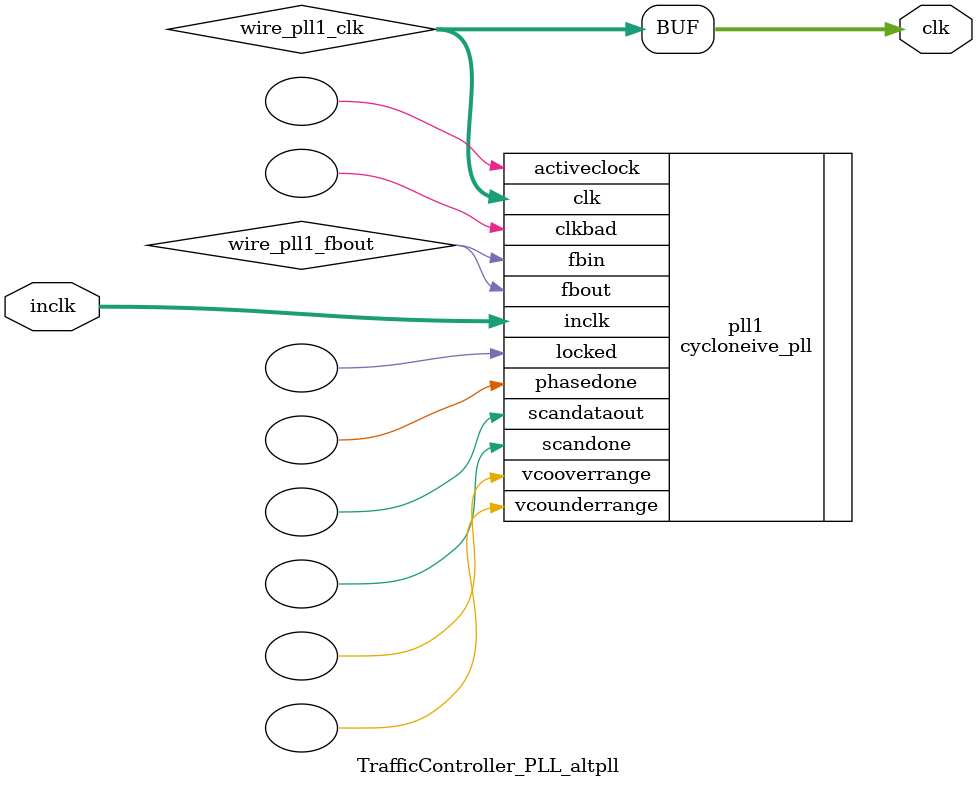
<source format=v>






//synthesis_resources = cycloneive_pll 1 
//synopsys translate_off
`timescale 1 ps / 1 ps
//synopsys translate_on
module  TrafficController_PLL_altpll
	( 
	clk,
	inclk) /* synthesis synthesis_clearbox=1 */;
	output   [4:0]  clk;
	input   [1:0]  inclk;
`ifndef ALTERA_RESERVED_QIS
// synopsys translate_off
`endif
	tri0   [1:0]  inclk;
`ifndef ALTERA_RESERVED_QIS
// synopsys translate_on
`endif

	wire  [4:0]   wire_pll1_clk;
	wire  wire_pll1_fbout;

	cycloneive_pll   pll1
	( 
	.activeclock(),
	.clk(wire_pll1_clk),
	.clkbad(),
	.fbin(wire_pll1_fbout),
	.fbout(wire_pll1_fbout),
	.inclk(inclk),
	.locked(),
	.phasedone(),
	.scandataout(),
	.scandone(),
	.vcooverrange(),
	.vcounderrange()
	`ifndef FORMAL_VERIFICATION
	// synopsys translate_off
	`endif
	,
	.areset(1'b0),
	.clkswitch(1'b0),
	.configupdate(1'b0),
	.pfdena(1'b1),
	.phasecounterselect({3{1'b0}}),
	.phasestep(1'b0),
	.phaseupdown(1'b0),
	.scanclk(1'b0),
	.scanclkena(1'b1),
	.scandata(1'b0)
	`ifndef FORMAL_VERIFICATION
	// synopsys translate_on
	`endif
	);
	defparam
		pll1.bandwidth_type = "auto",
		pll1.clk0_divide_by = 3125,
		pll1.clk0_duty_cycle = 50,
		pll1.clk0_multiply_by = 19,
		pll1.clk0_phase_shift = "0",
		pll1.compensate_clock = "clk0",
		pll1.inclk0_input_frequency = 20000,
		pll1.operation_mode = "normal",
		pll1.pll_type = "auto",
		pll1.lpm_type = "cycloneive_pll";
	assign
		clk = {wire_pll1_clk[4:0]};
endmodule //TrafficController_PLL_altpll
//VALID FILE

</source>
